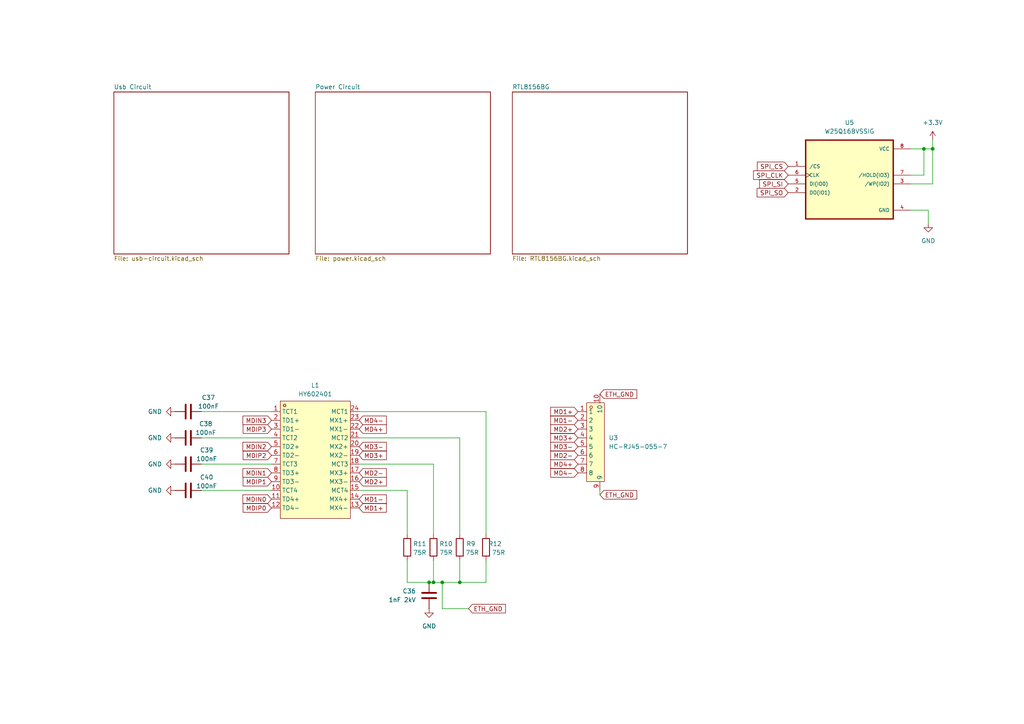
<source format=kicad_sch>
(kicad_sch (version 20250114) (generator "eeschema") (generator_version "9.0")
  (paper "A4")
  (lib_symbols
    (symbol "Device:C" (pin_numbers (hide yes)) (pin_names (offset 0.254))
      (property "Reference" "C" (at 0.635 2.54 0))
      (property "Value" "C" (at 0.635 -2.54 0))
      (symbol "C_0_1"
        (polyline (pts (xy -2.032 0.762) (xy 2.032 0.762)) (stroke (width 0.508)))
        (polyline (pts (xy -2.032 -0.762) (xy 2.032 -0.762)) (stroke (width 0.508)))
      )
      (symbol "C_1_1"
        (pin passive line (at 0 3.81 270) (length 2.794) (name "~") (number "1"))
        (pin passive line (at 0 -3.81 90) (length 2.794) (name "~") (number "2"))
      )
    )
    (symbol "Device:R" (pin_numbers (hide yes)) (pin_names (offset 0))
      (property "Reference" "R" (at 2.032 0 90))
      (property "Value" "R" (at 0 0 90))
      (symbol "R_0_1"
        (rectangle (start -1.016 -2.54) (end 1.016 2.54) (stroke (width 0.254)))
      )
      (symbol "R_1_1"
        (pin passive line (at 0 3.81 270) (length 1.27) (name "~") (number "1"))
        (pin passive line (at 0 -3.81 90) (length 1.27) (name "~") (number "2"))
      )
    )
    (symbol "W25Q16BV:W25Q16BVSSIG" (pin_names (offset 1.016))
      (property "Reference" "U" (at -12.722 13.7233 0))
      (property "Value" "W25Q16BVSSIG" (at -12.7397 -14.208 0))
      (symbol "W25Q16BVSSIG_0_0"
        (rectangle (start -12.7 -10.16) (end 12.7 12.7) (stroke (width 0.41)) (fill (type background)))
        (pin input line (at -17.78 5.08 0) (length 5.08) (name "/CS") (number "1"))
        (pin input clock (at -17.78 2.54 0) (length 5.08) (name "CLK") (number "6"))
        (pin bidirectional line (at -17.78 0 0) (length 5.08) (name "DI(IO0)") (number "5"))
        (pin bidirectional line (at -17.78 -2.54 0) (length 5.08) (name "DO(IO1)") (number "2"))
        (pin power_in line (at 17.78 10.16 180) (length 5.08) (name "VCC") (number "8"))
        (pin bidirectional line (at 17.78 2.54 180) (length 5.08) (name "/HOLD(IO3)") (number "7"))
        (pin bidirectional line (at 17.78 0 180) (length 5.08) (name "/WP(IO2)") (number "3"))
        (pin power_in line (at 17.78 -7.62 180) (length 5.08) (name "GND") (number "4"))
      )
    )
    (symbol "da:HC-RJ45-055-7"
      (property "Reference" "U" (at 0 19.05 0))
      (property "Value" "HC-RJ45-055-7" (at 0 -19.05 0))
      (symbol "HC-RJ45-055-7_0_1"
        (rectangle (start -2.54 11.43) (end 2.54 -11.43) (fill (type background)))
        (circle (center -1.27 10.16) (radius 0.38))
        (pin unspecified line (at -5.08 8.89 0) (length 2.54) (name "1") (number "1"))
        (pin unspecified line (at -5.08 6.35 0) (length 2.54) (name "2") (number "2"))
        (pin unspecified line (at -5.08 3.81 0) (length 2.54) (name "3") (number "3"))
        (pin unspecified line (at -5.08 1.27 0) (length 2.54) (name "4") (number "4"))
        (pin unspecified line (at -5.08 -1.27 0) (length 2.54) (name "5") (number "5"))
        (pin unspecified line (at -5.08 -3.81 0) (length 2.54) (name "6") (number "6"))
        (pin unspecified line (at -5.08 -6.35 0) (length 2.54) (name "7") (number "7"))
        (pin unspecified line (at -5.08 -8.89 0) (length 2.54) (name "8") (number "8"))
        (pin unspecified line (at 1.27 13.97 270) (length 2.54) (name "10") (number "10"))
        (pin unspecified line (at 1.27 -13.97 90) (length 2.54) (name "9") (number "9"))
      )
    )
    (symbol "da:HY602401"
      (property "Reference" "L" (at 0 19.05 0))
      (property "Value" "HY602401" (at 0 -19.05 0))
      (symbol "HY602401_0_1"
        (rectangle (start -10.16 17.02) (end 10.16 -17.02) (fill (type background)))
        (circle (center -8.89 15.75) (radius 0.38))
        (circle (center -8.89 15.75) (radius 0.38))
        (pin unspecified line (at -12.7 13.97 0) (length 2.54) (name "TCT1") (number "1"))
        (pin unspecified line (at -12.7 11.43 0) (length 2.54) (name "TD1+") (number "2"))
        (pin unspecified line (at -12.7 8.89 0) (length 2.54) (name "TD1-") (number "3"))
        (pin unspecified line (at -12.7 6.35 0) (length 2.54) (name "TCT2") (number "4"))
        (pin unspecified line (at -12.7 3.81 0) (length 2.54) (name "TD2+") (number "5"))
        (pin unspecified line (at -12.7 1.27 0) (length 2.54) (name "TD2-") (number "6"))
        (pin unspecified line (at -12.7 -1.27 0) (length 2.54) (name "TCT3") (number "7"))
        (pin unspecified line (at -12.7 -3.81 0) (length 2.54) (name "TD3+") (number "8"))
        (pin unspecified line (at -12.7 -6.35 0) (length 2.54) (name "TD3-") (number "9"))
        (pin unspecified line (at -12.7 -8.89 0) (length 2.54) (name "TCT4") (number "10"))
        (pin unspecified line (at -12.7 -11.43 0) (length 2.54) (name "TD4+") (number "11"))
        (pin unspecified line (at -12.7 -13.97 0) (length 2.54) (name "TD4-") (number "12"))
        (pin unspecified line (at 12.7 13.97 180) (length 2.54) (name "MCT1") (number "24"))
        (pin unspecified line (at 12.7 11.43 180) (length 2.54) (name "MX1+") (number "23"))
        (pin unspecified line (at 12.7 8.89 180) (length 2.54) (name "MX1-") (number "22"))
        (pin unspecified line (at 12.7 6.35 180) (length 2.54) (name "MCT2") (number "21"))
        (pin unspecified line (at 12.7 3.81 180) (length 2.54) (name "MX2+") (number "20"))
        (pin unspecified line (at 12.7 1.27 180) (length 2.54) (name "MX2-") (number "19"))
        (pin unspecified line (at 12.7 -1.27 180) (length 2.54) (name "MCT3") (number "18"))
        (pin unspecified line (at 12.7 -3.81 180) (length 2.54) (name "MX3+") (number "17"))
        (pin unspecified line (at 12.7 -6.35 180) (length 2.54) (name "MX3-") (number "16"))
        (pin unspecified line (at 12.7 -8.89 180) (length 2.54) (name "MCT4") (number "15"))
        (pin unspecified line (at 12.7 -11.43 180) (length 2.54) (name "MX4+") (number "14"))
        (pin unspecified line (at 12.7 -13.97 180) (length 2.54) (name "MX4-") (number "13"))
      )
    )
    (symbol "power:+3.3V" (power) (pin_numbers (hide yes)) (pin_names (offset 0) (hide yes))
      (property "Value" "+3.3V" (at 0 3.556 0))
      (symbol "+3.3V_0_1"
        (polyline (pts (xy -0.762 1.27) (xy 0 2.54)))
        (polyline (pts (xy 0 2.54) (xy 0.762 1.27)))
        (polyline (pts (xy 0 0) (xy 0 2.54)))
      )
      (symbol "+3.3V_1_1"
        (pin power_in line (at 0 0 90) (length 0) (name "~") (number "1"))
      )
    )
    (symbol "power:GND" (power) (pin_numbers (hide yes)) (pin_names (offset 0) (hide yes))
      (property "Value" "GND" (at 0 -3.81 0))
      (symbol "GND_0_1"
        (polyline (pts (xy 0 0) (xy 0 -1.27) (xy 1.27 -1.27) (xy 0 -2.54) (xy -1.27 -1.27) (xy 0 -1.27)))
      )
      (symbol "GND_1_1"
        (pin power_in line (at 0 0 270) (length 0) (name "~") (number "1"))
      )
    )
  )
  (junction (at 125.73 168.91))
  (junction (at 270.51 43.18))
  (junction (at 128.27 168.91))
  (junction (at 124.46 168.91))
  (junction (at 267.97 43.18))
  (junction (at 133.35 168.91))
  (wire (pts (xy 128.27 168.91) (xy 125.73 168.91)))
  (wire (pts (xy 125.73 134.62) (xy 125.73 154.94)))
  (wire (pts (xy 269.24 60.96) (xy 269.24 64.77)))
  (wire (pts (xy 270.51 53.34) (xy 270.51 43.18)))
  (wire (pts (xy 140.97 168.91) (xy 133.35 168.91)))
  (wire (pts (xy 267.97 43.18) (xy 270.51 43.18)))
  (wire (pts (xy 140.97 119.38) (xy 104.14 119.38)))
  (wire (pts (xy 135.89 176.53) (xy 128.27 176.53)))
  (wire (pts (xy 173.99 143.51) (xy 173.99 142.24)))
  (wire (pts (xy 128.27 176.53) (xy 128.27 168.91)))
  (wire (pts (xy 133.35 127) (xy 104.14 127)))
  (wire (pts (xy 133.35 168.91) (xy 128.27 168.91)))
  (wire (pts (xy 78.74 119.38) (xy 58.42 119.38)))
  (wire (pts (xy 140.97 168.91) (xy 140.97 162.56)))
  (wire (pts (xy 125.73 168.91) (xy 124.46 168.91)))
  (wire (pts (xy 264.16 50.8) (xy 267.97 50.8)))
  (wire (pts (xy 140.97 119.38) (xy 140.97 154.94)))
  (wire (pts (xy 264.16 43.18) (xy 267.97 43.18)))
  (wire (pts (xy 118.11 162.56) (xy 118.11 168.91)))
  (wire (pts (xy 133.35 162.56) (xy 133.35 168.91)))
  (wire (pts (xy 78.74 142.24) (xy 58.42 142.24)))
  (wire (pts (xy 264.16 53.34) (xy 270.51 53.34)))
  (wire (pts (xy 125.73 134.62) (xy 104.14 134.62)))
  (wire (pts (xy 78.74 134.62) (xy 58.42 134.62)))
  (wire (pts (xy 78.74 127) (xy 58.42 127)))
  (wire (pts (xy 118.11 142.24) (xy 104.14 142.24)))
  (wire (pts (xy 118.11 142.24) (xy 118.11 154.94)))
  (wire (pts (xy 270.51 43.18) (xy 270.51 40.64)))
  (wire (pts (xy 125.73 162.56) (xy 125.73 168.91)))
  (wire (pts (xy 133.35 127) (xy 133.35 154.94)))
  (wire (pts (xy 264.16 60.96) (xy 269.24 60.96)))
  (wire (pts (xy 267.97 50.8) (xy 267.97 43.18)))
  (wire (pts (xy 118.11 168.91) (xy 124.46 168.91)))
  (global_label "SPI_CLK" (shape input) (at 228.6 50.8 180) (property "Intersheetrefs" "${INTERSHEET_REFS}" (effects (hide yes))))
  (global_label "MD4-" (shape input) (at 167.64 137.16 180) (property "Intersheetrefs" "${INTERSHEET_REFS}" (effects (hide yes))))
  (global_label "ETH_GND" (shape input) (at 173.99 114.3 0) (property "Intersheetrefs" "${INTERSHEET_REFS}" (effects (hide yes))))
  (global_label "MD2-" (shape input) (at 167.64 132.08 180) (property "Intersheetrefs" "${INTERSHEET_REFS}" (effects (hide yes))))
  (global_label "MD1-" (shape input) (at 104.14 144.78 0) (property "Intersheetrefs" "${INTERSHEET_REFS}" (effects (hide yes))))
  (global_label "MD3+" (shape input) (at 104.14 132.08 0) (property "Intersheetrefs" "${INTERSHEET_REFS}" (effects (hide yes))))
  (global_label "MDIN0" (shape input) (at 78.74 144.78 180) (property "Intersheetrefs" "${INTERSHEET_REFS}" (effects (hide yes))))
  (global_label "MDIN3" (shape input) (at 78.74 121.92 180) (property "Intersheetrefs" "${INTERSHEET_REFS}" (effects (hide yes))))
  (global_label "MD4-" (shape input) (at 104.14 121.92 0) (property "Intersheetrefs" "${INTERSHEET_REFS}" (effects (hide yes))))
  (global_label "MDIP0" (shape input) (at 78.74 147.32 180) (property "Intersheetrefs" "${INTERSHEET_REFS}" (effects (hide yes))))
  (global_label "MD2-" (shape input) (at 104.14 137.16 0) (property "Intersheetrefs" "${INTERSHEET_REFS}" (effects (hide yes))))
  (global_label "MD4+" (shape input) (at 104.14 124.46 0) (property "Intersheetrefs" "${INTERSHEET_REFS}" (effects (hide yes))))
  (global_label "MD1+" (shape input) (at 104.14 147.32 0) (property "Intersheetrefs" "${INTERSHEET_REFS}" (effects (hide yes))))
  (global_label "MD1+" (shape input) (at 167.64 119.38 180) (property "Intersheetrefs" "${INTERSHEET_REFS}" (effects (hide yes))))
  (global_label "MD3-" (shape input) (at 104.14 129.54 0) (property "Intersheetrefs" "${INTERSHEET_REFS}" (effects (hide yes))))
  (global_label "MDIN2" (shape input) (at 78.74 129.54 180) (property "Intersheetrefs" "${INTERSHEET_REFS}" (effects (hide yes))))
  (global_label "MD3-" (shape input) (at 167.64 129.54 180) (property "Intersheetrefs" "${INTERSHEET_REFS}" (effects (hide yes))))
  (global_label "SPI_CS" (shape input) (at 228.6 48.26 180) (property "Intersheetrefs" "${INTERSHEET_REFS}" (effects (hide yes))))
  (global_label "SPI_SO" (shape input) (at 228.6 55.88 180) (property "Intersheetrefs" "${INTERSHEET_REFS}" (effects (hide yes))))
  (global_label "SPI_SI" (shape input) (at 228.6 53.34 180) (property "Intersheetrefs" "${INTERSHEET_REFS}" (effects (hide yes))))
  (global_label "MD4+" (shape input) (at 167.64 134.62 180) (property "Intersheetrefs" "${INTERSHEET_REFS}" (effects (hide yes))))
  (global_label "MD2+" (shape input) (at 104.14 139.7 0) (property "Intersheetrefs" "${INTERSHEET_REFS}" (effects (hide yes))))
  (global_label "ETH_GND" (shape input) (at 173.99 143.51 0) (property "Intersheetrefs" "${INTERSHEET_REFS}" (effects (hide yes))))
  (global_label "MDIP1" (shape input) (at 78.74 139.7 180) (property "Intersheetrefs" "${INTERSHEET_REFS}" (effects (hide yes))))
  (global_label "MDIP3" (shape input) (at 78.74 124.46 180) (property "Intersheetrefs" "${INTERSHEET_REFS}" (effects (hide yes))))
  (global_label "MD2+" (shape input) (at 167.64 124.46 180) (property "Intersheetrefs" "${INTERSHEET_REFS}" (effects (hide yes))))
  (global_label "MDIP2" (shape input) (at 78.74 132.08 180) (property "Intersheetrefs" "${INTERSHEET_REFS}" (effects (hide yes))))
  (global_label "MDIN1" (shape input) (at 78.74 137.16 180) (property "Intersheetrefs" "${INTERSHEET_REFS}" (effects (hide yes))))
  (global_label "MD1-" (shape input) (at 167.64 121.92 180) (property "Intersheetrefs" "${INTERSHEET_REFS}" (effects (hide yes))))
  (global_label "ETH_GND" (shape input) (at 135.89 176.53 0) (property "Intersheetrefs" "${INTERSHEET_REFS}" (effects (hide yes))))
  (global_label "MD3+" (shape input) (at 167.64 127 180) (property "Intersheetrefs" "${INTERSHEET_REFS}" (effects (hide yes))))
  (symbol (lib_id "power:GND") (at 124.46 176.53 0) (mirror y) (unit 1)
    (property "Reference" "#PWR037" (effects (hide yes)))
    (property "Value" "GND" (at 124.46 181.61 0))
    (property "Description" "Power symbol creates a global label with name \"GND\" , ground" (effects (hide yes)))
  )
  (symbol (lib_id "power:GND") (at 50.8 134.62 270) (mirror x) (unit 1)
    (property "Reference" "#PWR040" (effects (hide yes)))
    (property "Value" "GND" (at 46.99 134.6199 90) (effects (justify right)))
    (property "Description" "Power symbol creates a global label with name \"GND\" , ground" (effects (hide yes)))
  )
  (symbol (lib_id "da:HY602401") (at 91.44 133.35 0) (unit 1)
    (property "Reference" "L1" (at 91.44 111.76 0))
    (property "Value" "HY602401" (at 91.44 114.3 0))
    (property "Footprint" "easyeda2kicad:XFMR-SMD_HY602401" (effects (hide yes)))
    (property "Datasheet" "https://lcsc.com/product-detail/RJ45-Transformer_1000MNetwork-transformer_C55685.html" (effects (hide yes)))
    (property "LCSC Part" "C55685" (effects (hide yes)))
  )
  (symbol (lib_id "W25Q16BV:W25Q16BVSSIG") (at 246.38 53.34 0) (unit 1)
    (property "Reference" "U5" (at 246.38 35.56 0))
    (property "Value" "W25Q16BVSSIG" (at 246.38 38.1 0))
    (property "Footprint" "easyeda2kicad:SOIC-8_L5.3-W5.3-P1.27-LS8.0-BL" (effects (hide yes)))
    (property "MF" "Winbond" (effects (hide yes)))
    (property "Description_1" "\n                        \n                            FLASH - NOR Memory IC 16Mb (2M x 8) SPI - Quad I/O 104 MHz 8-SOIC\n                        \n" (effects (hide yes)))
    (property "Package" "SOIC-8 Winbond" (effects (hide yes)))
    (property "Price" "None" (effects (hide yes)))
    (property "STANDARD" "IPC-7351B" (effects (hide yes)))
    (property "PARTREV" "F" (effects (hide yes)))
    (property "SnapEDA_Link" "https://www.snapeda.com/parts/W25Q16BVSSIG/Winbond/view-part/?ref=snap" (effects (hide yes)))
    (property "MP" "W25Q16BVSSIG" (effects (hide yes)))
    (property "Availability" "In Stock" (effects (hide yes)))
    (property "Check_prices" "https://www.snapeda.com/parts/W25Q16BVSSIG/Winbond/view-part/?ref=eda" (effects (hide yes)))
  )
  (symbol (lib_id "Device:C") (at 54.61 127 270) (mirror x) (unit 1)
    (property "Reference" "C38" (at 59.69 122.936 90))
    (property "Value" "100nF" (at 59.69 125.476 90))
    (property "Footprint" "Capacitor_SMD:C_0402_1005Metric" (effects (hide yes)))
    (property "Description" "Unpolarized capacitor" (effects (hide yes)))
  )
  (symbol (lib_id "Device:C") (at 124.46 172.72 0) (mirror y) (unit 1)
    (property "Reference" "C36" (at 120.65 171.4499 0) (effects (justify left)))
    (property "Value" "1nF 2kV" (at 120.65 173.9899 0) (effects (justify left)))
    (property "Footprint" "Capacitor_SMD:C_1210_3225Metric" (effects (hide yes)))
    (property "Description" "Unpolarized capacitor" (effects (hide yes)))
  )
  (symbol (lib_id "power:GND") (at 269.24 64.77 0) (unit 1)
    (property "Reference" "#PWR059" (effects (hide yes)))
    (property "Value" "GND" (at 269.24 69.85 0))
    (property "Description" "Power symbol creates a global label with name \"GND\" , ground" (effects (hide yes)))
  )
  (symbol (lib_id "power:GND") (at 50.8 127 270) (mirror x) (unit 1)
    (property "Reference" "#PWR039" (effects (hide yes)))
    (property "Value" "GND" (at 46.99 126.9999 90) (effects (justify right)))
    (property "Description" "Power symbol creates a global label with name \"GND\" , ground" (effects (hide yes)))
  )
  (symbol (lib_id "Device:C") (at 54.61 142.24 270) (mirror x) (unit 1)
    (property "Reference" "C40" (at 59.944 138.43 90))
    (property "Value" "100nF" (at 59.944 140.97 90))
    (property "Footprint" "Capacitor_SMD:C_0402_1005Metric" (effects (hide yes)))
    (property "Description" "Unpolarized capacitor" (effects (hide yes)))
  )
  (symbol (lib_id "Device:R") (at 140.97 158.75 0) (mirror y) (unit 1)
    (property "Reference" "R12" (at 145.542 157.734 0) (effects (justify left)))
    (property "Value" "75R" (at 146.558 160.274 0) (effects (justify left)))
    (property "Footprint" "Resistor_SMD:R_0402_1005Metric" (effects (hide yes)))
    (property "Description" "Resistor" (effects (hide yes)))
  )
  (symbol (lib_id "Device:R") (at 125.73 158.75 0) (mirror y) (unit 1)
    (property "Reference" "R10" (at 131.318 157.734 0) (effects (justify left)))
    (property "Value" "75R" (at 131.318 160.274 0) (effects (justify left)))
    (property "Footprint" "Resistor_SMD:R_0402_1005Metric" (effects (hide yes)))
    (property "Description" "Resistor" (effects (hide yes)))
  )
  (symbol (lib_id "Device:C") (at 54.61 119.38 270) (mirror x) (unit 1)
    (property "Reference" "C37" (at 60.452 115.316 90))
    (property "Value" "100nF" (at 60.452 117.856 90))
    (property "Footprint" "Capacitor_SMD:C_0402_1005Metric" (effects (hide yes)))
    (property "Description" "Unpolarized capacitor" (effects (hide yes)))
  )
  (symbol (lib_id "Device:R") (at 133.35 158.75 0) (mirror y) (unit 1)
    (property "Reference" "R9" (at 137.922 157.734 0) (effects (justify left)))
    (property "Value" "75R" (at 138.938 160.274 0) (effects (justify left)))
    (property "Footprint" "Resistor_SMD:R_0402_1005Metric" (effects (hide yes)))
    (property "Description" "Resistor" (effects (hide yes)))
  )
  (symbol (lib_id "power:+3.3V") (at 270.51 40.64 0) (unit 1)
    (property "Reference" "#PWR076" (effects (hide yes)))
    (property "Value" "+3.3V" (at 270.51 35.56 0))
    (property "Description" "Power symbol creates a global label with name \"+3.3V\"" (effects (hide yes)))
  )
  (symbol (lib_id "power:GND") (at 50.8 119.38 270) (mirror x) (unit 1)
    (property "Reference" "#PWR038" (effects (hide yes)))
    (property "Value" "GND" (at 46.99 119.3799 90) (effects (justify right)))
    (property "Description" "Power symbol creates a global label with name \"GND\" , ground" (effects (hide yes)))
  )
  (symbol (lib_id "Device:R") (at 118.11 158.75 0) (mirror y) (unit 1)
    (property "Reference" "R11" (at 123.698 157.734 0) (effects (justify left)))
    (property "Value" "75R" (at 123.698 160.274 0) (effects (justify left)))
    (property "Footprint" "Resistor_SMD:R_0402_1005Metric" (effects (hide yes)))
    (property "Description" "Resistor" (effects (hide yes)))
  )
  (symbol (lib_id "da:HC-RJ45-055-7") (at 172.72 128.27 0) (unit 1)
    (property "Reference" "U3" (at 176.53 126.9999 0) (effects (justify left)))
    (property "Value" "HC-RJ45-055-7" (at 176.53 129.5399 0) (effects (justify left)))
    (property "Footprint" "easyeda2kicad:RJ45-SMD_HC-RJ45-055-7_1" (effects (hide yes)))
    (property "LCSC Part" "C3000213" (effects (hide yes)))
  )
  (symbol (lib_id "Device:C") (at 54.61 134.62 270) (mirror x) (unit 1)
    (property "Reference" "C39" (at 59.944 130.556 90))
    (property "Value" "100nF" (at 59.944 133.096 90))
    (property "Footprint" "Capacitor_SMD:C_0402_1005Metric" (effects (hide yes)))
    (property "Description" "Unpolarized capacitor" (effects (hide yes)))
  )
  (symbol (lib_id "power:GND") (at 50.8 142.24 270) (mirror x) (unit 1)
    (property "Reference" "#PWR041" (effects (hide yes)))
    (property "Value" "GND" (at 46.99 142.2399 90) (effects (justify right)))
    (property "Description" "Power symbol creates a global label with name \"GND\" , ground" (effects (hide yes)))
  )
  (sheet (at 148.59 26.67) (size 50.8 46.99) (stroke (width 0.1524))
    (property "Sheetname" "RTL8156BG" (at 148.59 25.9584 0) (effects (justify left bottom)))
    (property "Sheetfile" "RTL8156BG.kicad_sch" (at 148.59 74.2446 0) (effects (justify left top)))
  )
  (sheet (at 91.44 26.67) (size 50.8 46.99) (stroke (width 0.1524))
    (property "Sheetname" "Power Circuit" (at 91.44 25.9584 0) (effects (justify left bottom)))
    (property "Sheetfile" "power.kicad_sch" (at 91.44 74.2446 0) (effects (justify left top)))
  )
  (sheet (at 33.02 26.67) (size 50.8 46.99) (stroke (width 0.1524))
    (property "Sheetname" "Usb Circuit" (at 33.02 25.9584 0) (effects (justify left bottom)))
    (property "Sheetfile" "usb-circuit.kicad_sch" (at 33.02 74.2446 0) (effects (justify left top)))
  )
)
</source>
